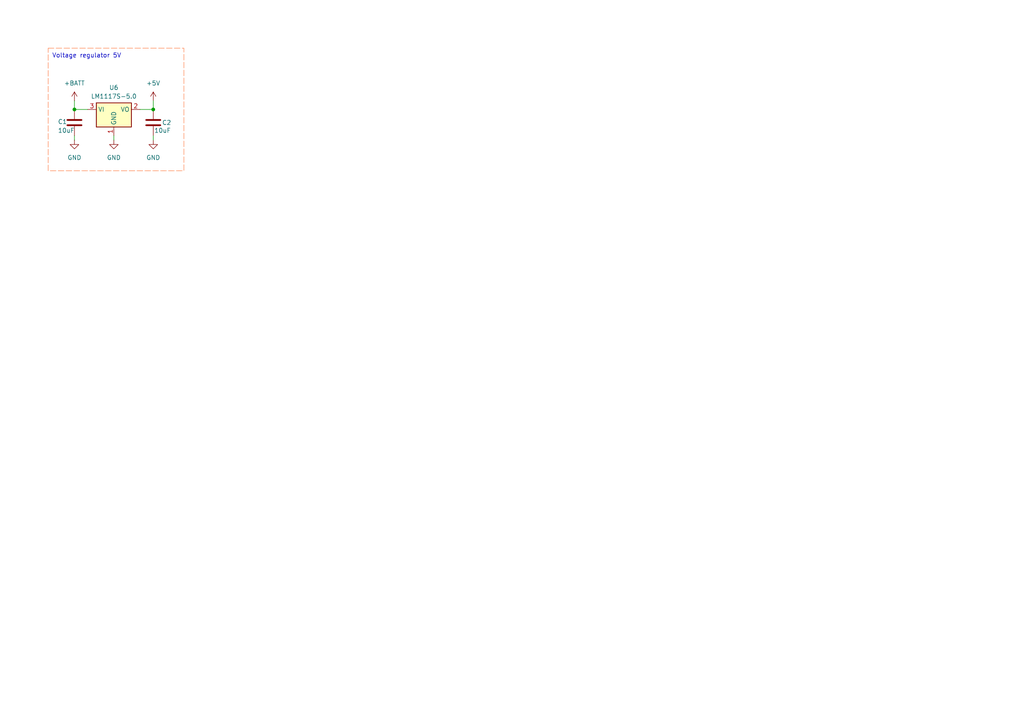
<source format=kicad_sch>
(kicad_sch (version 20231120) (generator "eeschema") (generator_version "8.0")
  (paper "A4")
  (lib_symbols
    (symbol "Device:C" (pin_numbers hide) (pin_names (offset 0.254))
      (property "Reference" "C" (at 0.635 2.54 0))
      (property "Value" "C" (at 0.635 -2.54 0))
      (symbol "C_0_1"
        (polyline (pts (xy -2.032 -0.762) (xy 2.032 -0.762)) (stroke (width 0.508)))
        (polyline (pts (xy -2.032 0.762) (xy 2.032 0.762)) (stroke (width 0.508)))
      )
      (symbol "C_1_1"
        (pin passive line (at 0 3.81 270) (length 2.794) (name "~") (number "1"))
        (pin passive line (at 0 -3.81 90) (length 2.794) (name "~") (number "2"))
      )
    )
    (symbol "Regulator_Linear:LM1117S-5.0"
      (property "Reference" "U" (at -3.81 3.175 0))
      (property "Value" "LM1117S-5.0" (at 0 3.175 0))
      (symbol "LM1117S-5.0_0_1"
        (rectangle (start -5.08 -5.08) (end 5.08 1.905) (stroke (width 0.254)) (fill (type background)))
      )
      (symbol "LM1117S-5.0_1_1"
        (pin power_in line (at 0 -7.62 90) (length 2.54) (name "GND") (number "1"))
        (pin power_out line (at 7.62 0 180) (length 2.54) (name "VO") (number "2"))
        (pin power_in line (at -7.62 0 0) (length 2.54) (name "VI") (number "3"))
      )
    )
    (symbol "power:+5V" (power) (pin_numbers hide) (pin_names (offset 0) hide)
      (property "Value" "+5V" (at 0 3.556 0))
      (symbol "+5V_0_1"
        (polyline (pts (xy -0.762 1.27) (xy 0 2.54)))
        (polyline (pts (xy 0 0) (xy 0 2.54)))
        (polyline (pts (xy 0 2.54) (xy 0.762 1.27)))
      )
      (symbol "+5V_1_1"
        (pin power_in line (at 0 0 90) (length 0) (name "~") (number "1"))
      )
    )
    (symbol "power:+BATT" (power) (pin_numbers hide) (pin_names (offset 0) hide)
      (property "Value" "+BATT" (at 0 3.556 0))
      (symbol "+BATT_0_1"
        (polyline (pts (xy -0.762 1.27) (xy 0 2.54)))
        (polyline (pts (xy 0 0) (xy 0 2.54)))
        (polyline (pts (xy 0 2.54) (xy 0.762 1.27)))
      )
      (symbol "+BATT_1_1"
        (pin power_in line (at 0 0 90) (length 0) (name "~") (number "1"))
      )
    )
    (symbol "power:GND" (power) (pin_numbers hide) (pin_names (offset 0) hide)
      (property "Value" "GND" (at 0 -3.81 0))
      (symbol "GND_0_1"
        (polyline (pts (xy 0 0) (xy 0 -1.27) (xy 1.27 -1.27) (xy 0 -2.54) (xy -1.27 -1.27) (xy 0 -1.27)))
      )
      (symbol "GND_1_1"
        (pin power_in line (at 0 0 270) (length 0) (name "~") (number "1"))
      )
    )
  )
  (junction (at 21.59 31.75))
  (junction (at 44.45 31.75))
  (wire (pts (xy 40.64 31.75) (xy 44.45 31.75)))
  (wire (pts (xy 44.45 39.37) (xy 44.45 40.64)))
  (wire (pts (xy 33.02 39.37) (xy 33.02 40.64)))
  (wire (pts (xy 44.45 29.21) (xy 44.45 31.75)))
  (wire (pts (xy 21.59 31.75) (xy 25.4 31.75)))
  (wire (pts (xy 21.59 29.21) (xy 21.59 31.75)))
  (wire (pts (xy 21.59 39.37) (xy 21.59 40.64)))
  (rectangle (start 13.97 13.97) (end 53.34 49.53) (stroke (width 0) (type dash) (color 255 133 81 1)))
  (text "Voltage regulator 5V\n\n" (at 25.146 17.272 0) (effects (font (size 1.27 1.27))))
  (symbol (lib_id "power:+5V") (at 44.45 29.21 0) (unit 1)
    (property "Reference" "#PWR05" (effects (hide yes)))
    (property "Value" "+5V" (at 44.45 24.13 0))
    (property "Description" "Power symbol creates a global label with name \"+5V\"" (effects (hide yes)))
  )
  (symbol (lib_id "power:GND") (at 44.45 40.64 0) (unit 1)
    (property "Reference" "#PWR06" (effects (hide yes)))
    (property "Value" "GND" (at 44.45 45.72 0))
    (property "Description" "Power symbol creates a global label with name \"GND\" , ground" (effects (hide yes)))
  )
  (symbol (lib_id "Device:C") (at 44.45 35.56 0) (unit 1)
    (property "Reference" "C2" (at 46.99 35.56 0) (effects (justify left)))
    (property "Value" "10uF" (at 44.704 37.846 0) (effects (justify left)))
    (property "Description" "Unpolarized capacitor" (effects (hide yes)))
  )
  (symbol (lib_id "Regulator_Linear:LM1117S-5.0") (at 33.02 31.75 0) (unit 1)
    (property "Reference" "U6" (at 33.02 25.4 0))
    (property "Value" "LM1117S-5.0" (at 33.02 27.94 0))
    (property "Footprint" "Package_TO_SOT_SMD:TO-263-3_TabPin2" (effects (hide yes)))
    (property "Datasheet" "http://www.ti.com/lit/ds/symlink/lm1117.pdf" (effects (hide yes)))
    (property "Description" "800mA Low-Dropout Linear Regulator, 5.0V fixed output, TO-263" (effects (hide yes)))
  )
  (symbol (lib_id "power:GND") (at 21.59 40.64 0) (unit 1)
    (property "Reference" "#PWR03" (effects (hide yes)))
    (property "Value" "GND" (at 21.59 45.72 0))
    (property "Description" "Power symbol creates a global label with name \"GND\" , ground" (effects (hide yes)))
  )
  (symbol (lib_id "power:GND") (at 33.02 40.64 0) (unit 1)
    (property "Reference" "#PWR04" (effects (hide yes)))
    (property "Value" "GND" (at 33.02 45.72 0))
    (property "Description" "Power symbol creates a global label with name \"GND\" , ground" (effects (hide yes)))
  )
  (symbol (lib_id "Device:C") (at 21.59 35.56 0) (unit 1)
    (property "Reference" "C1" (at 16.764 35.306 0) (effects (justify left)))
    (property "Value" "10uF" (at 16.764 37.846 0) (effects (justify left)))
    (property "Description" "Unpolarized capacitor" (effects (hide yes)))
  )
  (symbol (lib_id "power:+BATT") (at 21.59 29.21 0) (unit 1)
    (property "Reference" "#PWR02" (effects (hide yes)))
    (property "Value" "+BATT" (at 21.59 24.13 0))
    (property "Description" "Power symbol creates a global label with name \"+BATT\"" (effects (hide yes)))
  )
)
</source>
